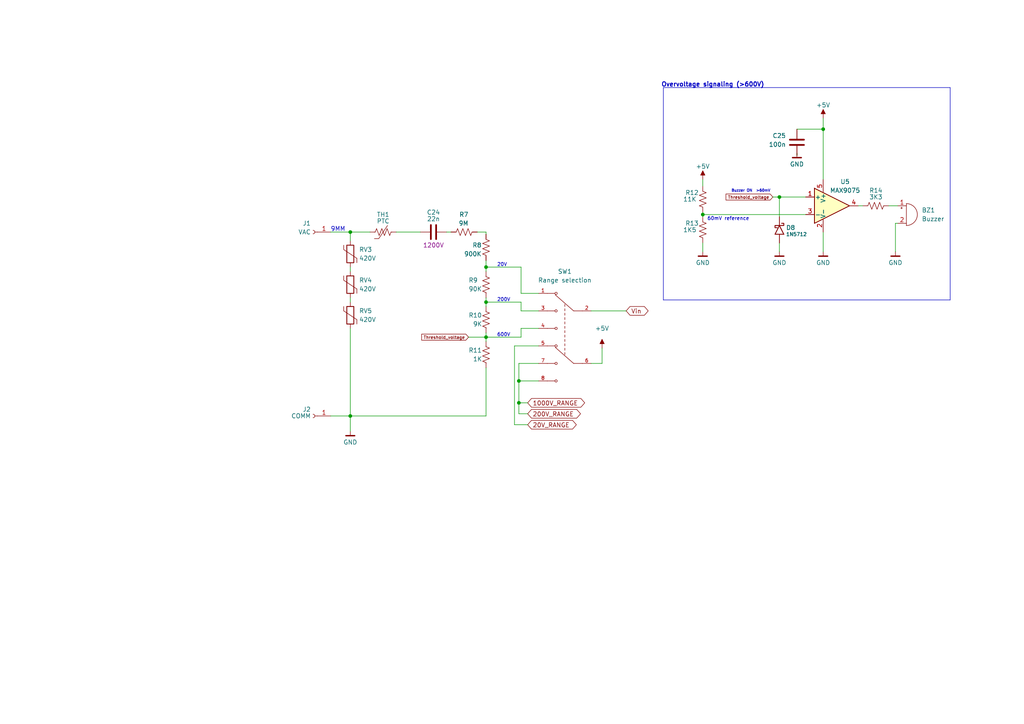
<source format=kicad_sch>
(kicad_sch (version 20230121) (generator eeschema)
  (paper "A4")
  (title_block (title "Uređaj za merenje efektivne vrednosti AC napona") (date "2024-01-19") (rev "2") (company "Srđan Milkić") (comment 2 "Izbor opsega") (comment 3 "Zujalica za prekomerni napon") (comment 4 "Zaštita ulaza"))
  (lib_symbols
    (symbol "Comparator:LMV7271" (pin_names (offset 0.127))
      (property "Reference" "U" (at 1.27 5.08 0))
      (property "Value" "LMV7271" (at 3.81 -5.08 0))
      (symbol "LMV7271_0_1"
        (polyline (pts (xy -5.08 5.08) (xy 5.08 0) (xy -5.08 -5.08) (xy -5.08 5.08)) (stroke (width 0.254)) (fill (type background)))
      )
      (symbol "LMV7271_1_1"
        (pin input line (at -7.62 2.54 0) (length 2.54) (name "+") (number "1"))
        (pin power_in line (at -2.54 -7.62 90) (length 3.81) (name "V-") (number "2"))
        (pin input line (at -7.62 -2.54 0) (length 2.54) (name "-") (number "3"))
        (pin output line (at 7.62 0 180) (length 2.54) (name "~") (number "4"))
        (pin power_in line (at -2.54 7.62 270) (length 3.81) (name "V+") (number "5"))
      )
    )
    (symbol "Connector:Conn_01x01_Female" (pin_names (offset 1.016) hide)
      (property "Reference" "J" (at 0 2.54 0))
      (property "Value" "Conn_01x01_Female" (at 0 -2.54 0))
      (symbol "Conn_01x01_Female_1_1"
        (polyline (pts (xy -1.27 0) (xy -0.508 0)) (stroke (width 0.1524)))
        (arc (start 0 0.508) (mid -0.5058 0) (end 0 -0.508) (stroke (width 0.1524)))
        (pin passive line (at -5.08 0 0) (length 3.81) (name "Pin_1") (number "1"))
      )
    )
    (symbol "Device:Buzzer" (pin_names (offset 0.0254) hide)
      (property "Reference" "BZ" (at 3.81 1.27 0))
      (property "Value" "Buzzer" (at 3.81 -1.27 0))
      (symbol "Buzzer_0_1"
        (arc (start 0 -3.175) (mid 3.1612 0) (end 0 3.175))
        (polyline (pts (xy -1.651 1.905) (xy -1.143 1.905)))
        (polyline (pts (xy -1.397 2.159) (xy -1.397 1.651)))
        (polyline (pts (xy 0 3.175) (xy 0 -3.175)))
      )
      (symbol "Buzzer_1_1"
        (pin passive line (at -2.54 2.54 0) (length 2.54) (name "-") (number "1"))
        (pin passive line (at -2.54 -2.54 0) (length 2.54) (name "+") (number "2"))
      )
    )
    (symbol "Device:C" (pin_numbers hide) (pin_names (offset 0.254))
      (property "Reference" "C" (at 0.635 2.54 0))
      (property "Value" "C" (at 0.635 -2.54 0))
      (symbol "C_0_1"
        (polyline (pts (xy -2.032 -0.762) (xy 2.032 -0.762)) (stroke (width 0.508)))
        (polyline (pts (xy -2.032 0.762) (xy 2.032 0.762)) (stroke (width 0.508)))
      )
      (symbol "C_1_1"
        (pin passive line (at 0 3.81 270) (length 2.794) (name "~") (number "1"))
        (pin passive line (at 0 -3.81 90) (length 2.794) (name "~") (number "2"))
      )
    )
    (symbol "Device:R_US" (pin_numbers hide) (pin_names (offset 0))
      (property "Reference" "R" (at 2.54 0 90))
      (property "Value" "R_US" (at -2.54 0 90))
      (symbol "R_US_0_1"
        (polyline (pts (xy 0 -2.286) (xy 0 -2.54)))
        (polyline (pts (xy 0 2.286) (xy 0 2.54)))
        (polyline (pts (xy 0 -0.762) (xy 1.016 -1.143) (xy 0 -1.524) (xy -1.016 -1.905) (xy 0 -2.286)))
        (polyline (pts (xy 0 0.762) (xy 1.016 0.381) (xy 0 0) (xy -1.016 -0.381) (xy 0 -0.762)))
        (polyline (pts (xy 0 2.286) (xy 1.016 1.905) (xy 0 1.524) (xy -1.016 1.143) (xy 0 0.762)))
      )
      (symbol "R_US_1_1"
        (pin passive line (at 0 3.81 270) (length 1.27) (name "~") (number "1"))
        (pin passive line (at 0 -3.81 90) (length 1.27) (name "~") (number "2"))
      )
    )
    (symbol "Device:Thermistor_US" (pin_numbers hide) (pin_names (offset 0))
      (property "Reference" "TH?" (at 0 6.985 90))
      (property "Value" "Thermistor_US" (at 0 4.445 90))
      (symbol "Thermistor_US_0_1"
        (polyline (pts (xy 0 -2.286) (xy 0 -2.54)))
        (polyline (pts (xy 0 2.286) (xy 0 2.54)))
        (polyline (pts (xy 1.905 -1.27) (xy 1.905 -1.27)))
        (polyline (pts (xy -1.905 2.54) (xy -1.905 1.27) (xy 1.905 -1.27)))
        (polyline (pts (xy 0 -0.762) (xy 1.016 -1.143) (xy 0 -1.524) (xy -1.016 -1.905) (xy 0 -2.286)))
        (polyline (pts (xy 0 0.762) (xy 1.016 0.381) (xy 0 0) (xy -1.016 -0.381) (xy 0 -0.762)))
        (polyline (pts (xy 0 2.286) (xy 1.016 1.905) (xy 0 1.524) (xy -1.016 1.143) (xy 0 0.762)))
      )
      (symbol "Thermistor_US_1_1"
        (pin passive line (at 0 3.81 270) (length 1.27) (name "~") (number "1"))
        (pin passive line (at 0 -3.81 90) (length 1.27) (name "~") (number "2"))
      )
    )
    (symbol "Device:Varistor" (pin_numbers hide) (pin_names (offset 0))
      (property "Reference" "RV5" (at 3.175 1.2701 0))
      (property "Value" "910V" (at 3.175 -1.2699 0))
      (symbol "Varistor_0_1"
        (rectangle (start -1.016 -2.54) (end 1.016 2.54) (stroke (width 0.254)))
        (polyline (pts (xy 1.905 -2.54) (xy 1.905 -1.27)))
        (polyline (pts (xy -1.905 2.54) (xy -1.905 1.27) (xy 1.905 -1.27)))
      )
      (symbol "Varistor_1_1"
        (pin passive line (at 0 3.81 270) (length 1.27) (name "~") (number "1"))
        (pin passive line (at 0 -3.81 90) (length 1.27) (name "~") (number "2"))
      )
    )
    (symbol "Diode:1N5712" (pin_numbers hide) (pin_names (offset 1.016) hide)
      (property "Reference" "D8" (at 1.905 0.635 90))
      (property "Value" "1N5712" (at 1.905 -1.27 90))
      (symbol "1N5712_0_1"
        (polyline (pts (xy 1.27 1.27) (xy 1.27 -1.27) (xy -1.27 0) (xy 1.27 1.27)) (stroke (width 0.254)))
        (polyline (pts (xy -1.905 0.635) (xy -1.905 1.27) (xy -1.27 1.27) (xy -1.27 -1.27) (xy -0.635 -1.27) (xy -0.635 -0.635)) (stroke (width 0.254)))
      )
      (symbol "1N5712_1_1"
        (pin passive line (at -3.81 0 0) (length 2.54) (name "K") (number "1"))
        (pin passive line (at 3.81 0 180) (length 2.54) (name "A") (number "2"))
      )
    )
    (symbol "GND_1"
      (property "Value" "GND_1" (at 0 -2.794 0))
      (symbol "GND_1_0_1"
        (polyline (pts (xy -1.27 -1.27) (xy 1.27 -1.27)) (stroke (width 0.4)))
        (polyline (pts (xy 0 -1.27) (xy 0 0)))
      )
      (symbol "GND_1_1_1"
        (pin power_in line (at 0 0 270) (length 0) hide (name "GND") (number "1"))
      )
    )
    (symbol "GND_2"
      (property "Value" "GND_2" (at 0 -2.794 0))
      (symbol "GND_2_0_1"
        (polyline (pts (xy -1.27 -1.27) (xy 1.27 -1.27)) (stroke (width 0.4)))
        (polyline (pts (xy 0 -1.27) (xy 0 0)))
      )
      (symbol "GND_2_1_1"
        (pin power_in line (at 0 0 270) (length 0) hide (name "GND") (number "1"))
      )
    )
    (symbol "PRIUMS_STANDARD:EG2310" (pin_names (offset 1.016))
      (property "Reference" "SW?" (at 0 18.415 0))
      (property "Value" "Range selection" (at 0 15.875 0))
      (symbol "EG2310_0_0"
        (polyline (pts (xy -2.54 -7.62) (xy -5.08 -7.62)) (stroke (width 0.1524)))
        (polyline (pts (xy -2.54 -7.62) (xy 2.794 -2.9464)) (stroke (width 0.1524)))
        (polyline (pts (xy -2.54 7.62) (xy -5.08 7.62)) (stroke (width 0.1524)))
        (polyline (pts (xy -2.54 7.62) (xy 2.794 12.2936)) (stroke (width 0.1524)))
        (polyline (pts (xy 5.08 -12.7) (xy 2.921 -12.7)) (stroke (width 0.1524)))
        (polyline (pts (xy 5.08 -7.62) (xy 2.921 -7.62)) (stroke (width 0.1524)))
        (polyline (pts (xy 5.08 -2.54) (xy 2.921 -2.54)) (stroke (width 0.1524)))
        (polyline (pts (xy 5.08 2.54) (xy 2.921 2.54)) (stroke (width 0.1524)))
        (polyline (pts (xy 5.08 7.62) (xy 2.921 7.62)) (stroke (width 0.1524)))
        (polyline (pts (xy 5.08 12.7) (xy 2.921 12.7)) (stroke (width 0.1524)))
        (circle (center 2.54 -12.7) (radius 0.3302) (stroke (width 0.1524)))
        (circle (center 2.54 -7.62) (radius 0.3302) (stroke (width 0.1524)))
        (circle (center 2.54 -2.54) (radius 0.3302) (stroke (width 0.1524)))
        (circle (center 2.54 2.54) (radius 0.3302) (stroke (width 0.1524)))
        (circle (center 2.54 7.62) (radius 0.3302) (stroke (width 0.1524)))
        (circle (center 2.54 12.7) (radius 0.3302) (stroke (width 0.1524)))
        (pin passive line (at 7.62 12.7 180) (length 2.54) (name "~") (number "1"))
        (pin passive line (at -7.62 7.62 0) (length 2.54) (name "~") (number "2"))
        (pin passive line (at 7.62 7.62 180) (length 2.54) (name "~") (number "3"))
        (pin passive line (at 7.62 2.54 180) (length 2.54) (name "~") (number "4"))
        (pin passive line (at 7.62 -2.54 180) (length 2.54) (name "~") (number "5"))
        (pin passive line (at -7.62 -7.62 0) (length 2.54) (name "~") (number "6"))
        (pin passive line (at 7.62 -7.62 180) (length 2.54) (name "~") (number "7"))
        (pin passive line (at 7.62 -12.7 180) (length 2.54) (name "~") (number "8"))
      )
      (symbol "EG2310_0_1"
        (polyline (pts (xy 0 -4.445) (xy 0 -5.08)))
        (polyline (pts (xy 0 -3.175) (xy 0 -3.81)))
        (polyline (pts (xy 0 -1.905) (xy 0 -2.54)))
        (polyline (pts (xy 0 -0.635) (xy 0 -1.27)))
        (polyline (pts (xy 0 0.635) (xy 0 0)))
        (polyline (pts (xy 0 1.905) (xy 0 1.27)))
        (polyline (pts (xy 0 3.175) (xy 0 2.54)))
        (polyline (pts (xy 0 4.445) (xy 0 3.81)))
        (polyline (pts (xy 0 5.715) (xy 0 5.08)))
        (polyline (pts (xy 0 6.985) (xy 0 6.35)))
        (polyline (pts (xy 0 8.255) (xy 0 7.62)))
        (polyline (pts (xy 0 9.525) (xy 0 8.89)))
      )
    )
    (symbol "Varistor_2" (pin_numbers hide) (pin_names (offset 0))
      (property "Reference" "RV3" (at 3.175 1.2701 0))
      (property "Value" "910V" (at 3.175 -1.2699 0))
      (symbol "Varistor_2_0_1"
        (rectangle (start -1.016 -2.54) (end 1.016 2.54) (stroke (width 0.254)))
        (polyline (pts (xy 1.905 -2.54) (xy 1.905 -1.27)))
        (polyline (pts (xy -1.905 2.54) (xy -1.905 1.27) (xy 1.905 -1.27)))
      )
      (symbol "Varistor_2_1_1"
        (pin passive line (at 0 3.81 270) (length 1.27) (name "~") (number "1"))
        (pin passive line (at 0 -3.81 90) (length 1.27) (name "~") (number "2"))
      )
    )
    (symbol "Varistor_3" (pin_numbers hide) (pin_names (offset 0))
      (property "Reference" "RV4" (at 3.175 1.2701 0))
      (property "Value" "910V" (at 3.175 -1.2699 0))
      (symbol "Varistor_3_0_1"
        (rectangle (start -1.016 -2.54) (end 1.016 2.54) (stroke (width 0.254)))
        (polyline (pts (xy 1.905 -2.54) (xy 1.905 -1.27)))
        (polyline (pts (xy -1.905 2.54) (xy -1.905 1.27) (xy 1.905 -1.27)))
      )
      (symbol "Varistor_3_1_1"
        (pin passive line (at 0 3.81 270) (length 1.27) (name "~") (number "1"))
        (pin passive line (at 0 -3.81 90) (length 1.27) (name "~") (number "2"))
      )
    )
    (symbol "power:+5V" (power) (pin_names (offset 0))
      (property "Value" "+5V" (at 0 5.715 0))
      (symbol "+5V_0_1"
        (polyline (pts (xy 0 0) (xy 0 2.54)))
        (polyline (pts (xy 0 1.27) (xy 0.635 1.27) (xy 0 2.54) (xy -0.635 1.27) (xy 0 1.27)) (fill (type outline)))
      )
      (symbol "+5V_1_1"
        (pin power_in line (at 0 0 90) (length 0) hide (name "+5V") (number "1"))
      )
    )
    (symbol "priums:GND"
      (property "Value" "GND" (at 0 -2.794 0))
      (symbol "GND_0_1"
        (polyline (pts (xy -1.27 -1.27) (xy 1.27 -1.27)) (stroke (width 0.4)))
        (polyline (pts (xy 0 -1.27) (xy 0 0)))
      )
      (symbol "GND_1_1"
        (pin power_in line (at 0 0 270) (length 0) hide (name "GND") (number "1"))
      )
    )
  )
  (junction (at 203.835 62.23))
  (junction (at 101.6 67.31))
  (junction (at 140.97 77.47))
  (junction (at 238.76 37.465))
  (junction (at 226.06 57.15))
  (junction (at 140.97 87.63))
  (junction (at 101.6 120.65))
  (junction (at 150.495 116.84))
  (junction (at 140.97 97.79))
  (junction (at 150.495 110.49))
  (wire (pts (xy 140.97 106.68) (xy 140.97 120.65)))
  (wire (pts (xy 151.13 77.47) (xy 151.13 85.09)))
  (wire (pts (xy 150.495 105.41) (xy 156.21 105.41)))
  (wire (pts (xy 101.6 77.47) (xy 101.6 78.74)))
  (wire (pts (xy 140.97 67.31) (xy 140.97 67.945)))
  (wire (pts (xy 226.06 57.15) (xy 233.68 57.15)))
  (wire (pts (xy 203.835 52.07) (xy 203.835 53.975)))
  (wire (pts (xy 140.97 87.63) (xy 151.13 87.63)))
  (wire (pts (xy 171.45 105.41) (xy 174.625 105.41)))
  (wire (pts (xy 150.495 120.015) (xy 153.035 120.015)))
  (wire (pts (xy 151.13 97.79) (xy 151.13 95.25)))
  (wire (pts (xy 149.225 100.33) (xy 149.225 123.19)))
  (wire (pts (xy 95.885 67.31) (xy 101.6 67.31)))
  (wire (pts (xy 150.495 110.49) (xy 150.495 116.84)))
  (wire (pts (xy 150.495 116.84) (xy 150.495 120.015)))
  (wire (pts (xy 140.97 77.47) (xy 151.13 77.47)))
  (wire (pts (xy 149.225 123.19) (xy 153.035 123.19)))
  (wire (pts (xy 138.43 67.31) (xy 140.97 67.31)))
  (wire (pts (xy 151.13 90.17) (xy 151.13 87.63)))
  (wire (pts (xy 140.97 87.63) (xy 140.97 88.9)))
  (wire (pts (xy 140.97 97.79) (xy 151.13 97.79)))
  (wire (pts (xy 260.35 64.77) (xy 259.715 64.77)))
  (wire (pts (xy 203.835 62.23) (xy 233.68 62.23)))
  (wire (pts (xy 156.21 90.17) (xy 151.13 90.17)))
  (wire (pts (xy 224.155 57.15) (xy 226.06 57.15)))
  (wire (pts (xy 203.835 62.23) (xy 203.835 62.865)))
  (polyline (pts (xy 192.405 25.4) (xy 192.405 86.995)))
  (wire (pts (xy 238.76 37.465) (xy 238.76 52.07)))
  (wire (pts (xy 140.97 86.36) (xy 140.97 87.63)))
  (wire (pts (xy 171.45 90.17) (xy 181.61 90.17)))
  (wire (pts (xy 130.81 67.31) (xy 129.54 67.31)))
  (wire (pts (xy 151.13 95.25) (xy 156.21 95.25)))
  (wire (pts (xy 150.495 110.49) (xy 156.21 110.49)))
  (polyline (pts (xy 275.59 86.995) (xy 275.59 25.4)))
  (wire (pts (xy 101.6 95.25) (xy 101.6 120.65)))
  (wire (pts (xy 238.76 67.31) (xy 238.76 73.025)))
  (wire (pts (xy 150.495 105.41) (xy 150.495 110.49)))
  (wire (pts (xy 135.89 97.79) (xy 140.97 97.79)))
  (wire (pts (xy 257.81 59.69) (xy 260.35 59.69)))
  (wire (pts (xy 259.715 64.77) (xy 259.715 73.025)))
  (wire (pts (xy 101.6 120.65) (xy 140.97 120.65)))
  (wire (pts (xy 95.885 120.65) (xy 101.6 120.65)))
  (wire (pts (xy 150.495 116.84) (xy 153.035 116.84)))
  (wire (pts (xy 203.835 70.485) (xy 203.835 73.025)))
  (polyline (pts (xy 192.405 25.4) (xy 275.59 25.4)))
  (wire (pts (xy 226.06 57.15) (xy 226.06 62.865)))
  (wire (pts (xy 151.13 85.09) (xy 156.21 85.09)))
  (wire (pts (xy 140.97 97.79) (xy 140.97 99.06)))
  (wire (pts (xy 140.97 77.47) (xy 140.97 78.74)))
  (wire (pts (xy 248.92 59.69) (xy 250.19 59.69)))
  (wire (pts (xy 156.21 100.33) (xy 149.225 100.33)))
  (polyline (pts (xy 192.405 86.995) (xy 275.59 86.995)))
  (wire (pts (xy 203.835 61.595) (xy 203.835 62.23)))
  (wire (pts (xy 101.6 86.36) (xy 101.6 87.63)))
  (wire (pts (xy 140.97 96.52) (xy 140.97 97.79)))
  (wire (pts (xy 101.6 67.31) (xy 107.315 67.31)))
  (wire (pts (xy 114.935 67.31) (xy 121.92 67.31)))
  (wire (pts (xy 174.625 105.41) (xy 174.625 100.965)))
  (wire (pts (xy 238.76 37.465) (xy 231.14 37.465)))
  (wire (pts (xy 238.76 34.29) (xy 238.76 37.465)))
  (wire (pts (xy 140.97 75.565) (xy 140.97 77.47)))
  (wire (pts (xy 226.06 73.025) (xy 226.06 70.485)))
  (wire (pts (xy 231.14 45.085) (xy 231.14 44.45)))
  (wire (pts (xy 101.6 67.31) (xy 101.6 69.85)))
  (wire (pts (xy 101.6 120.65) (xy 101.6 125.095)))
  (text "600V\n" (at 144.145 97.79 0) (effects (font (size 1 1)) (justify left bottom)))
  (text "20V" (at 144.145 77.47 0) (effects (font (size 1 1)) (justify left bottom)))
  (text "Buzzer ON  >60mV" (at 212.09 55.88 0) (effects (font (size 0.762 0.762)) (justify left bottom)))
  (text "9MM\n" (at 95.885 67.31 0) (effects (font (size 1.27 1.27)) (justify left bottom)))
  (text "60mV reference " (at 205.105 64.135 0) (effects (font (size 1.016 1.016)) (justify left bottom)))
  (text "200V\n" (at 144.145 87.63 0) (effects (font (size 1 1)) (justify left bottom)))
  (text "Overvoltage signaling (>600V)\n" (at 191.77 25.4 0) (effects (font (size 1.27 1.27) (thickness 0.254) bold) (justify left bottom)))
  (global_label "200V_RANGE" (shape bidirectional) (at 153.035 120.015 0) (property "Intersheetrefs" "${INTERSHEET_REFS}" (effects hide)))
  (global_label "1000V_RANGE" (shape bidirectional) (at 153.035 116.84 0) (property "Intersheetrefs" "${INTERSHEET_REFS}" (effects hide)))
  (global_label "Threshold_voltage" (shape input) (at 135.89 97.79 180) (effects (font (size 0.889 0.889))) (property "Intersheetrefs" "${INTERSHEET_REFS}" (effects hide)))
  (global_label "20V_RANGE" (shape bidirectional) (at 153.035 123.19 0) (property "Intersheetrefs" "${INTERSHEET_REFS}" (effects hide)))
  (global_label "Vin" (shape bidirectional) (at 181.61 90.17 0) (property "Intersheetrefs" "${INTERSHEET_REFS}" (effects hide)))
  (global_label "Threshold_voltage" (shape input) (at 224.155 57.15 180) (effects (font (size 0.889 0.889))) (property "Intersheetrefs" "${INTERSHEET_REFS}" (effects hide)))
  (symbol (lib_id "power:+5V") (at 203.835 52.07 0) (unit 1)
    (property "Reference" "#PWR020" (effects hide))
    (property "Value" "+5V" (at 203.835 48.26 0))
  )
  (symbol (lib_name "GND_1") (lib_id "priums:GND") (at 231.14 44.45 0) (unit 1)
    (property "Reference" "#PWR23" (effects hide))
    (property "Value" "GND" (at 231.14 47.625 0))
  )
  (symbol (lib_id "Diode:1N5712") (at 226.06 66.675 270) (unit 1)
    (property "Reference" "D8" (at 227.965 66.04 90) (effects (justify left)))
    (property "Value" "1N5712" (at 227.965 67.945 90) (effects (font (size 1.016 1.016)) (justify left)))
    (property "Footprint" "Diode_THT:D_DO-35_SOD27_P7.62mm_Horizontal" (effects hide))
    (property "Datasheet" "https://www.microsemi.com/document-portal/doc_download/8865-lds-0040-datasheet" (effects hide))
  )
  (symbol (lib_id "Comparator:LMV7271") (at 241.3 59.69 0) (unit 1)
    (property "Reference" "U5" (at 245.11 52.705 0))
    (property "Value" "MAX9075" (at 245.11 55.245 0))
    (property "Footprint" "Package_TO_SOT_SMD:SOT-23-5" (effects hide))
    (property "Datasheet" "http://www.ti.com/lit/ds/symlink/lmv7271.pdf" (effects hide))
  )
  (symbol (lib_id "Device:R_US") (at 140.97 102.87 0) (unit 1)
    (property "Reference" "R11" (at 135.89 101.6 0) (effects (justify left)))
    (property "Value" "1K" (at 137.16 104.14 0) (effects (justify left)))
    (property "Footprint" "Resistor_SMD:R_1206_3216Metric" (effects hide))
  )
  (symbol (lib_id "Device:Buzzer") (at 262.89 62.23 0) (unit 1)
    (property "Reference" "BZ1" (at 267.335 60.9599 0) (effects (justify left)))
    (property "Value" "Buzzer" (at 267.335 63.4999 0) (effects (justify left)))
    (property "Footprint" "Buzzer_Beeper:Buzzer_12x9.5RM7.6" (effects hide))
  )
  (symbol (lib_id "power:+5V") (at 174.625 100.965 0) (unit 1)
    (property "Reference" "#PWR019" (effects hide))
    (property "Value" "+5V" (at 174.625 95.25 0))
  )
  (symbol (lib_id "Device:R_US") (at 203.835 66.675 0) (unit 1)
    (property "Reference" "R13" (at 198.755 64.77 0) (effects (justify left)))
    (property "Value" "1K5" (at 198.12 66.675 0) (effects (justify left)))
    (property "Footprint" "Resistor_SMD:R_1206_3216Metric" (effects hide))
  )
  (symbol (lib_name "GND_1") (lib_id "priums:GND") (at 226.06 73.025 0) (unit 1)
    (property "Reference" "#PWR22" (effects hide))
    (property "Value" "GND" (at 226.06 76.2 0))
  )
  (symbol (lib_id "Device:C") (at 231.14 41.275 0) (mirror y) (unit 1)
    (property "Reference" "C25" (at 227.965 39.37 0) (effects (justify left)))
    (property "Value" "100n" (at 227.965 41.91 0) (effects (justify left)))
    (property "Footprint" "Capacitor_SMD:C_0603_1608Metric" (effects hide))
  )
  (symbol (lib_id "priums:GND") (at 101.6 125.095 0) (unit 1)
    (property "Reference" "#PWR18" (effects hide))
    (property "Value" "GND" (at 101.6 128.27 0))
  )
  (symbol (lib_id "Connector:Conn_01x01_Female") (at 90.805 67.31 0) (mirror y) (unit 1)
    (property "Reference" "J1" (at 90.17 64.77 0) (effects (justify left)))
    (property "Value" "VAC" (at 90.17 67.31 0) (effects (justify left)))
    (property "Footprint" "priums_lib:CONN1_FCR7350R_CLF" (effects hide))
  )
  (symbol (lib_id "PRIUMS_STANDARD:EG2310") (at 163.83 97.79 0) (mirror y) (unit 1)
    (property "Reference" "SW1" (at 163.83 78.74 0))
    (property "Value" "Range selection" (at 163.83 81.28 0))
    (property "Footprint" "priums_lib:SW_EG2310" (effects hide))
    (property "MF" "E-Switch" (effects hide))
    (property "MAXIMUM_PACKAGE_HEIGHT" "4.7mm" (effects hide))
    (property "Package" "None" (effects hide))
    (property "Price" "None" (effects hide))
    (property "Check_prices" "https://www.snapeda.com/parts/EG2310/E-Switch/view-part/?ref=eda" (effects hide))
    (property "STANDARD" "Manufacturer Recommendations" (effects hide))
    (property "PARTREV" "-" (effects hide))
    (property "SnapEDA_Link" "https://www.snapeda.com/parts/EG2310/E-Switch/view-part/?ref=snap" (effects hide))
    (property "MP" "EG2310" (effects hide))
    (property "Purchase-URL" "https://www.snapeda.com/api/url_track_click_mouser/?unipart_id=396456&manufacturer=E-Switch&part_name=EG2310&search_term=None" (effects hide))
    (property "Description" "\nSlide Switch DP3T Through Hole, Right Angle\n" (effects hide))
    (property "MANUFACTURER" "E-Switch" (effects hide))
    (property "Availability" "In Stock" (effects hide))
    (property "SNAPEDA_PN" "EG2310" (effects hide))
  )
  (symbol (lib_name "GND_2") (lib_id "priums:GND") (at 203.835 73.025 0) (unit 1)
    (property "Reference" "#PWR21" (effects hide))
    (property "Value" "GND" (at 203.835 76.2 0))
  )
  (symbol (lib_name "Varistor_3") (lib_id "Device:Varistor") (at 101.6 82.55 0) (unit 1)
    (property "Reference" "RV4" (at 104.14 81.28 0) (effects (justify left)))
    (property "Value" "420V" (at 104.14 83.82 0) (effects (justify left)))
    (property "Footprint" "Varistor:RV_Disc_D9mm_W3.3mm_P5mm" (effects hide))
  )
  (symbol (lib_id "Device:Varistor") (at 101.6 91.44 0) (unit 1)
    (property "Reference" "RV5" (at 104.14 90.17 0) (effects (justify left)))
    (property "Value" "420V" (at 104.14 92.71 0) (effects (justify left)))
    (property "Footprint" "Varistor:RV_Disc_D9mm_W3.3mm_P5mm" (effects hide))
  )
  (symbol (lib_name "GND_1") (lib_id "priums:GND") (at 259.715 73.025 0) (unit 1)
    (property "Reference" "#PWR26" (effects hide))
    (property "Value" "GND" (at 259.715 76.2 0))
  )
  (symbol (lib_id "Connector:Conn_01x01_Female") (at 90.805 120.65 0) (mirror y) (unit 1)
    (property "Reference" "J2" (at 90.17 118.745 0) (effects (justify left)))
    (property "Value" "COMM" (at 90.17 120.65 0) (effects (justify left)))
    (property "Footprint" "priums_lib:CONN1_FCR7350R_CLF" (effects hide))
  )
  (symbol (lib_id "power:+5V") (at 238.76 34.29 0) (unit 1)
    (property "Reference" "#PWR024" (effects hide))
    (property "Value" "+5V" (at 238.76 30.48 0))
  )
  (symbol (lib_name "GND_1") (lib_id "priums:GND") (at 238.76 73.025 0) (unit 1)
    (property "Reference" "#PWR25" (effects hide))
    (property "Value" "GND" (at 238.76 76.2 0))
  )
  (symbol (lib_id "Device:R_US") (at 140.97 82.55 0) (unit 1)
    (property "Reference" "R9" (at 135.89 81.28 0) (effects (justify left)))
    (property "Value" "90K" (at 135.89 83.82 0) (effects (justify left)))
    (property "Footprint" "Resistor_SMD:R_1206_3216Metric" (effects hide))
  )
  (symbol (lib_id "Device:C") (at 125.73 67.31 90) (unit 1)
    (property "Reference" "C24" (at 125.73 61.595 90))
    (property "Value" "22n" (at 125.73 63.5 90))
    (property "Footprint" "Capacitor_SMD:C_1812_4532Metric" (effects hide))
    (property "Rated Voltage" "1200V" (at 125.73 71.12 90))
  )
  (symbol (lib_name "Varistor_2") (lib_id "Device:Varistor") (at 101.6 73.66 0) (unit 1)
    (property "Reference" "RV3" (at 104.14 72.39 0) (effects (justify left)))
    (property "Value" "420V" (at 104.14 74.93 0) (effects (justify left)))
    (property "Footprint" "Varistor:RV_Disc_D9mm_W3.3mm_P5mm" (effects hide))
    (property "Datasheet" "https://product.tdk.com/system/files/dam/doc/product/protection/voltage/lead-disk-varistor/data_sheet/70/db/var/siov_leaded_standard.pdf" (effects hide))
  )
  (symbol (lib_id "Device:Thermistor_US") (at 111.125 67.31 90) (unit 1)
    (property "Reference" "TH1" (at 111.125 62.23 90))
    (property "Value" "PTC" (at 111.125 64.135 90))
    (property "Footprint" "Resistor_THT:R_Axial_DIN0414_L11.9mm_D4.5mm_P7.62mm_Vertical" (effects hide))
    (property "Datasheet" "https://www.vishay.com/docs/29072/ptccl.pdf" (effects hide))
  )
  (symbol (lib_id "Device:R_US") (at 140.97 71.755 180) (unit 1)
    (property "Reference" "R8" (at 139.7 71.12 0) (effects (justify left)))
    (property "Value" "900K" (at 139.7 73.66 0) (effects (justify left)))
    (property "Footprint" "Resistor_SMD:R_1210_3225Metric" (effects hide))
  )
  (symbol (lib_id "Device:R_US") (at 140.97 92.71 0) (unit 1)
    (property "Reference" "R10" (at 135.89 91.44 0) (effects (justify left)))
    (property "Value" "9K" (at 137.16 93.98 0) (effects (justify left)))
    (property "Footprint" "Resistor_SMD:R_1206_3216Metric" (effects hide))
  )
  (symbol (lib_id "Device:R_US") (at 203.835 57.785 0) (unit 1)
    (property "Reference" "R12" (at 198.755 55.88 0) (effects (justify left)))
    (property "Value" "11K" (at 198.12 57.785 0) (effects (justify left)))
    (property "Footprint" "Resistor_SMD:R_1206_3216Metric" (effects hide))
  )
  (symbol (lib_id "Device:R_US") (at 134.62 67.31 90) (unit 1)
    (property "Reference" "R7" (at 135.89 62.23 90) (effects (justify left)))
    (property "Value" "9M" (at 135.89 64.77 90) (effects (justify left)))
    (property "Footprint" "Resistor_SMD:R_1210_3225Metric" (effects hide))
  )
  (symbol (lib_id "Device:R_US") (at 254 59.69 270) (unit 1)
    (property "Reference" "R14" (at 252.095 55.245 90) (effects (justify left)))
    (property "Value" "3K3" (at 252.095 57.15 90) (effects (justify left)))
    (property "Footprint" "Resistor_SMD:R_1206_3216Metric" (effects hide))
  )
)
</source>
